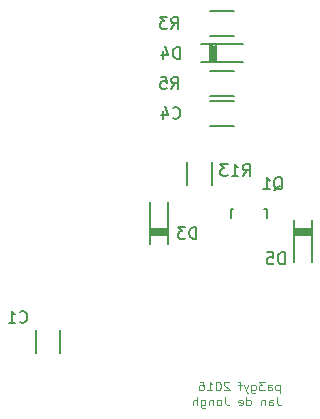
<source format=gbr>
G04 #@! TF.FileFunction,Legend,Bot*
%FSLAX46Y46*%
G04 Gerber Fmt 4.6, Leading zero omitted, Abs format (unit mm)*
G04 Created by KiCad (PCBNEW (after 2015-mar-04 BZR unknown)-product) date Thu 29 Dec 2016 04:21:00 PM CET*
%MOMM*%
G01*
G04 APERTURE LIST*
%ADD10C,0.100000*%
%ADD11C,0.150000*%
%ADD12C,0.203200*%
%ADD13C,0.127000*%
G04 APERTURE END LIST*
D10*
X148411429Y-84548286D02*
X148411429Y-85298286D01*
X148411429Y-84584000D02*
X148340000Y-84548286D01*
X148197143Y-84548286D01*
X148125714Y-84584000D01*
X148090000Y-84619714D01*
X148054286Y-84691143D01*
X148054286Y-84905429D01*
X148090000Y-84976857D01*
X148125714Y-85012571D01*
X148197143Y-85048286D01*
X148340000Y-85048286D01*
X148411429Y-85012571D01*
X147411429Y-85048286D02*
X147411429Y-84655429D01*
X147447143Y-84584000D01*
X147518572Y-84548286D01*
X147661429Y-84548286D01*
X147732858Y-84584000D01*
X147411429Y-85012571D02*
X147482858Y-85048286D01*
X147661429Y-85048286D01*
X147732858Y-85012571D01*
X147768572Y-84941143D01*
X147768572Y-84869714D01*
X147732858Y-84798286D01*
X147661429Y-84762571D01*
X147482858Y-84762571D01*
X147411429Y-84726857D01*
X147125715Y-84298286D02*
X146661429Y-84298286D01*
X146911429Y-84584000D01*
X146804287Y-84584000D01*
X146732858Y-84619714D01*
X146697144Y-84655429D01*
X146661429Y-84726857D01*
X146661429Y-84905429D01*
X146697144Y-84976857D01*
X146732858Y-85012571D01*
X146804287Y-85048286D01*
X147018572Y-85048286D01*
X147090001Y-85012571D01*
X147125715Y-84976857D01*
X146018572Y-84548286D02*
X146018572Y-85155429D01*
X146054286Y-85226857D01*
X146090001Y-85262571D01*
X146161429Y-85298286D01*
X146268572Y-85298286D01*
X146340001Y-85262571D01*
X146018572Y-85012571D02*
X146090001Y-85048286D01*
X146232858Y-85048286D01*
X146304286Y-85012571D01*
X146340001Y-84976857D01*
X146375715Y-84905429D01*
X146375715Y-84691143D01*
X146340001Y-84619714D01*
X146304286Y-84584000D01*
X146232858Y-84548286D01*
X146090001Y-84548286D01*
X146018572Y-84584000D01*
X145732858Y-84548286D02*
X145554287Y-85048286D01*
X145375715Y-84548286D02*
X145554287Y-85048286D01*
X145625715Y-85226857D01*
X145661430Y-85262571D01*
X145732858Y-85298286D01*
X145197143Y-84548286D02*
X144911429Y-84548286D01*
X145090001Y-85048286D02*
X145090001Y-84405429D01*
X145054286Y-84334000D01*
X144982858Y-84298286D01*
X144911429Y-84298286D01*
X144125715Y-84369714D02*
X144090001Y-84334000D01*
X144018572Y-84298286D01*
X143840001Y-84298286D01*
X143768572Y-84334000D01*
X143732858Y-84369714D01*
X143697143Y-84441143D01*
X143697143Y-84512571D01*
X143732858Y-84619714D01*
X144161429Y-85048286D01*
X143697143Y-85048286D01*
X143232857Y-84298286D02*
X143161429Y-84298286D01*
X143090000Y-84334000D01*
X143054286Y-84369714D01*
X143018572Y-84441143D01*
X142982857Y-84584000D01*
X142982857Y-84762571D01*
X143018572Y-84905429D01*
X143054286Y-84976857D01*
X143090000Y-85012571D01*
X143161429Y-85048286D01*
X143232857Y-85048286D01*
X143304286Y-85012571D01*
X143340000Y-84976857D01*
X143375715Y-84905429D01*
X143411429Y-84762571D01*
X143411429Y-84584000D01*
X143375715Y-84441143D01*
X143340000Y-84369714D01*
X143304286Y-84334000D01*
X143232857Y-84298286D01*
X142268571Y-85048286D02*
X142697143Y-85048286D01*
X142482857Y-85048286D02*
X142482857Y-84298286D01*
X142554286Y-84405429D01*
X142625714Y-84476857D01*
X142697143Y-84512571D01*
X141625714Y-84298286D02*
X141768571Y-84298286D01*
X141840000Y-84334000D01*
X141875714Y-84369714D01*
X141947143Y-84476857D01*
X141982857Y-84619714D01*
X141982857Y-84905429D01*
X141947143Y-84976857D01*
X141911428Y-85012571D01*
X141840000Y-85048286D01*
X141697143Y-85048286D01*
X141625714Y-85012571D01*
X141590000Y-84976857D01*
X141554285Y-84905429D01*
X141554285Y-84726857D01*
X141590000Y-84655429D01*
X141625714Y-84619714D01*
X141697143Y-84584000D01*
X141840000Y-84584000D01*
X141911428Y-84619714D01*
X141947143Y-84655429D01*
X141982857Y-84726857D01*
X148197143Y-85568286D02*
X148197143Y-86104000D01*
X148232857Y-86211143D01*
X148304286Y-86282571D01*
X148411429Y-86318286D01*
X148482857Y-86318286D01*
X147518571Y-86318286D02*
X147518571Y-85925429D01*
X147554285Y-85854000D01*
X147625714Y-85818286D01*
X147768571Y-85818286D01*
X147840000Y-85854000D01*
X147518571Y-86282571D02*
X147590000Y-86318286D01*
X147768571Y-86318286D01*
X147840000Y-86282571D01*
X147875714Y-86211143D01*
X147875714Y-86139714D01*
X147840000Y-86068286D01*
X147768571Y-86032571D01*
X147590000Y-86032571D01*
X147518571Y-85996857D01*
X147161429Y-85818286D02*
X147161429Y-86318286D01*
X147161429Y-85889714D02*
X147125714Y-85854000D01*
X147054286Y-85818286D01*
X146947143Y-85818286D01*
X146875714Y-85854000D01*
X146840000Y-85925429D01*
X146840000Y-86318286D01*
X145590000Y-86318286D02*
X145590000Y-85568286D01*
X145590000Y-86282571D02*
X145661429Y-86318286D01*
X145804286Y-86318286D01*
X145875714Y-86282571D01*
X145911429Y-86246857D01*
X145947143Y-86175429D01*
X145947143Y-85961143D01*
X145911429Y-85889714D01*
X145875714Y-85854000D01*
X145804286Y-85818286D01*
X145661429Y-85818286D01*
X145590000Y-85854000D01*
X144947143Y-86282571D02*
X145018572Y-86318286D01*
X145161429Y-86318286D01*
X145232858Y-86282571D01*
X145268572Y-86211143D01*
X145268572Y-85925429D01*
X145232858Y-85854000D01*
X145161429Y-85818286D01*
X145018572Y-85818286D01*
X144947143Y-85854000D01*
X144911429Y-85925429D01*
X144911429Y-85996857D01*
X145268572Y-86068286D01*
X143804286Y-85568286D02*
X143804286Y-86104000D01*
X143840000Y-86211143D01*
X143911429Y-86282571D01*
X144018572Y-86318286D01*
X144090000Y-86318286D01*
X143340000Y-86318286D02*
X143411428Y-86282571D01*
X143447143Y-86246857D01*
X143482857Y-86175429D01*
X143482857Y-85961143D01*
X143447143Y-85889714D01*
X143411428Y-85854000D01*
X143340000Y-85818286D01*
X143232857Y-85818286D01*
X143161428Y-85854000D01*
X143125714Y-85889714D01*
X143090000Y-85961143D01*
X143090000Y-86175429D01*
X143125714Y-86246857D01*
X143161428Y-86282571D01*
X143232857Y-86318286D01*
X143340000Y-86318286D01*
X142768572Y-85818286D02*
X142768572Y-86318286D01*
X142768572Y-85889714D02*
X142732857Y-85854000D01*
X142661429Y-85818286D01*
X142554286Y-85818286D01*
X142482857Y-85854000D01*
X142447143Y-85925429D01*
X142447143Y-86318286D01*
X141768572Y-85818286D02*
X141768572Y-86425429D01*
X141804286Y-86496857D01*
X141840001Y-86532571D01*
X141911429Y-86568286D01*
X142018572Y-86568286D01*
X142090001Y-86532571D01*
X141768572Y-86282571D02*
X141840001Y-86318286D01*
X141982858Y-86318286D01*
X142054286Y-86282571D01*
X142090001Y-86246857D01*
X142125715Y-86175429D01*
X142125715Y-85961143D01*
X142090001Y-85889714D01*
X142054286Y-85854000D01*
X141982858Y-85818286D01*
X141840001Y-85818286D01*
X141768572Y-85854000D01*
X141411430Y-86318286D02*
X141411430Y-85568286D01*
X141090001Y-86318286D02*
X141090001Y-85925429D01*
X141125715Y-85854000D01*
X141197144Y-85818286D01*
X141304287Y-85818286D01*
X141375715Y-85854000D01*
X141411430Y-85889714D01*
D11*
X147295820Y-70408800D02*
X147295820Y-69707760D01*
X147295820Y-69707760D02*
X147046900Y-69707760D01*
X144496840Y-69707760D02*
X144296180Y-69707760D01*
X144296180Y-69707760D02*
X144296180Y-70408800D01*
X144510000Y-62620000D02*
X142510000Y-62620000D01*
X142510000Y-60570000D02*
X144510000Y-60570000D01*
X144510000Y-52900000D02*
X142510000Y-52900000D01*
X142510000Y-55050000D02*
X144510000Y-55050000D01*
X144510000Y-57980000D02*
X142510000Y-57980000D01*
X142510000Y-60130000D02*
X144510000Y-60130000D01*
X142680000Y-67675000D02*
X142680000Y-65675000D01*
X140530000Y-65675000D02*
X140530000Y-67675000D01*
D12*
X137541000Y-71501000D02*
X138811000Y-71501000D01*
X138811000Y-71501000D02*
X138811000Y-71628000D01*
X138811000Y-71628000D02*
X137541000Y-71628000D01*
X137541000Y-71628000D02*
X137541000Y-71755000D01*
X137541000Y-71755000D02*
X138811000Y-71755000D01*
X137414000Y-71374000D02*
X137414000Y-71882000D01*
X137414000Y-71882000D02*
X138938000Y-71882000D01*
X138938000Y-71882000D02*
X138938000Y-71374000D01*
X138938000Y-71374000D02*
X137414000Y-71374000D01*
D13*
X137414000Y-69088000D02*
X137414000Y-72644000D01*
X138938000Y-72644000D02*
X138938000Y-69088000D01*
D12*
X142875000Y-55880000D02*
X142875000Y-57150000D01*
X142875000Y-57150000D02*
X142748000Y-57150000D01*
X142748000Y-57150000D02*
X142748000Y-55880000D01*
X142748000Y-55880000D02*
X142621000Y-55880000D01*
X142621000Y-55880000D02*
X142621000Y-57150000D01*
X143002000Y-55753000D02*
X142494000Y-55753000D01*
X142494000Y-55753000D02*
X142494000Y-57277000D01*
X142494000Y-57277000D02*
X143002000Y-57277000D01*
X143002000Y-57277000D02*
X143002000Y-55753000D01*
D13*
X145288000Y-55753000D02*
X141732000Y-55753000D01*
X141732000Y-57277000D02*
X145288000Y-57277000D01*
D12*
X151003000Y-71755000D02*
X149733000Y-71755000D01*
X149733000Y-71755000D02*
X149733000Y-71628000D01*
X149733000Y-71628000D02*
X151003000Y-71628000D01*
X151003000Y-71628000D02*
X151003000Y-71501000D01*
X151003000Y-71501000D02*
X149733000Y-71501000D01*
X151130000Y-71882000D02*
X151130000Y-71374000D01*
X151130000Y-71374000D02*
X149606000Y-71374000D01*
X149606000Y-71374000D02*
X149606000Y-71882000D01*
X149606000Y-71882000D02*
X151130000Y-71882000D01*
D13*
X151130000Y-74168000D02*
X151130000Y-70612000D01*
X149606000Y-70612000D02*
X149606000Y-74168000D01*
D11*
X129803000Y-79899000D02*
X129803000Y-81899000D01*
X127753000Y-81899000D02*
X127753000Y-79899000D01*
X147923238Y-68111619D02*
X148018476Y-68064000D01*
X148113714Y-67968762D01*
X148256571Y-67825905D01*
X148351810Y-67778286D01*
X148447048Y-67778286D01*
X148399429Y-68016381D02*
X148494667Y-67968762D01*
X148589905Y-67873524D01*
X148637524Y-67683048D01*
X148637524Y-67349714D01*
X148589905Y-67159238D01*
X148494667Y-67064000D01*
X148399429Y-67016381D01*
X148208952Y-67016381D01*
X148113714Y-67064000D01*
X148018476Y-67159238D01*
X147970857Y-67349714D01*
X147970857Y-67683048D01*
X148018476Y-67873524D01*
X148113714Y-67968762D01*
X148208952Y-68016381D01*
X148399429Y-68016381D01*
X147018476Y-68016381D02*
X147589905Y-68016381D01*
X147304191Y-68016381D02*
X147304191Y-67016381D01*
X147399429Y-67159238D01*
X147494667Y-67254476D01*
X147589905Y-67302095D01*
X139358666Y-61952143D02*
X139406285Y-61999762D01*
X139549142Y-62047381D01*
X139644380Y-62047381D01*
X139787238Y-61999762D01*
X139882476Y-61904524D01*
X139930095Y-61809286D01*
X139977714Y-61618810D01*
X139977714Y-61475952D01*
X139930095Y-61285476D01*
X139882476Y-61190238D01*
X139787238Y-61095000D01*
X139644380Y-61047381D01*
X139549142Y-61047381D01*
X139406285Y-61095000D01*
X139358666Y-61142619D01*
X138501523Y-61380714D02*
X138501523Y-62047381D01*
X138739619Y-60999762D02*
X138977714Y-61714048D01*
X138358666Y-61714048D01*
X139231666Y-54427381D02*
X139565000Y-53951190D01*
X139803095Y-54427381D02*
X139803095Y-53427381D01*
X139422142Y-53427381D01*
X139326904Y-53475000D01*
X139279285Y-53522619D01*
X139231666Y-53617857D01*
X139231666Y-53760714D01*
X139279285Y-53855952D01*
X139326904Y-53903571D01*
X139422142Y-53951190D01*
X139803095Y-53951190D01*
X138898333Y-53427381D02*
X138279285Y-53427381D01*
X138612619Y-53808333D01*
X138469761Y-53808333D01*
X138374523Y-53855952D01*
X138326904Y-53903571D01*
X138279285Y-53998810D01*
X138279285Y-54236905D01*
X138326904Y-54332143D01*
X138374523Y-54379762D01*
X138469761Y-54427381D01*
X138755476Y-54427381D01*
X138850714Y-54379762D01*
X138898333Y-54332143D01*
X139231666Y-59507381D02*
X139565000Y-59031190D01*
X139803095Y-59507381D02*
X139803095Y-58507381D01*
X139422142Y-58507381D01*
X139326904Y-58555000D01*
X139279285Y-58602619D01*
X139231666Y-58697857D01*
X139231666Y-58840714D01*
X139279285Y-58935952D01*
X139326904Y-58983571D01*
X139422142Y-59031190D01*
X139803095Y-59031190D01*
X138326904Y-58507381D02*
X138803095Y-58507381D01*
X138850714Y-58983571D01*
X138803095Y-58935952D01*
X138707857Y-58888333D01*
X138469761Y-58888333D01*
X138374523Y-58935952D01*
X138326904Y-58983571D01*
X138279285Y-59078810D01*
X138279285Y-59316905D01*
X138326904Y-59412143D01*
X138374523Y-59459762D01*
X138469761Y-59507381D01*
X138707857Y-59507381D01*
X138803095Y-59459762D01*
X138850714Y-59412143D01*
X145295857Y-66873381D02*
X145629191Y-66397190D01*
X145867286Y-66873381D02*
X145867286Y-65873381D01*
X145486333Y-65873381D01*
X145391095Y-65921000D01*
X145343476Y-65968619D01*
X145295857Y-66063857D01*
X145295857Y-66206714D01*
X145343476Y-66301952D01*
X145391095Y-66349571D01*
X145486333Y-66397190D01*
X145867286Y-66397190D01*
X144343476Y-66873381D02*
X144914905Y-66873381D01*
X144629191Y-66873381D02*
X144629191Y-65873381D01*
X144724429Y-66016238D01*
X144819667Y-66111476D01*
X144914905Y-66159095D01*
X144010143Y-65873381D02*
X143391095Y-65873381D01*
X143724429Y-66254333D01*
X143581571Y-66254333D01*
X143486333Y-66301952D01*
X143438714Y-66349571D01*
X143391095Y-66444810D01*
X143391095Y-66682905D01*
X143438714Y-66778143D01*
X143486333Y-66825762D01*
X143581571Y-66873381D01*
X143867286Y-66873381D01*
X143962524Y-66825762D01*
X144010143Y-66778143D01*
X141327095Y-72207381D02*
X141327095Y-71207381D01*
X141089000Y-71207381D01*
X140946142Y-71255000D01*
X140850904Y-71350238D01*
X140803285Y-71445476D01*
X140755666Y-71635952D01*
X140755666Y-71778810D01*
X140803285Y-71969286D01*
X140850904Y-72064524D01*
X140946142Y-72159762D01*
X141089000Y-72207381D01*
X141327095Y-72207381D01*
X140422333Y-71207381D02*
X139803285Y-71207381D01*
X140136619Y-71588333D01*
X139993761Y-71588333D01*
X139898523Y-71635952D01*
X139850904Y-71683571D01*
X139803285Y-71778810D01*
X139803285Y-72016905D01*
X139850904Y-72112143D01*
X139898523Y-72159762D01*
X139993761Y-72207381D01*
X140279476Y-72207381D01*
X140374714Y-72159762D01*
X140422333Y-72112143D01*
X139930095Y-56967381D02*
X139930095Y-55967381D01*
X139692000Y-55967381D01*
X139549142Y-56015000D01*
X139453904Y-56110238D01*
X139406285Y-56205476D01*
X139358666Y-56395952D01*
X139358666Y-56538810D01*
X139406285Y-56729286D01*
X139453904Y-56824524D01*
X139549142Y-56919762D01*
X139692000Y-56967381D01*
X139930095Y-56967381D01*
X138501523Y-56300714D02*
X138501523Y-56967381D01*
X138739619Y-55919762D02*
X138977714Y-56634048D01*
X138358666Y-56634048D01*
X148820095Y-74366381D02*
X148820095Y-73366381D01*
X148582000Y-73366381D01*
X148439142Y-73414000D01*
X148343904Y-73509238D01*
X148296285Y-73604476D01*
X148248666Y-73794952D01*
X148248666Y-73937810D01*
X148296285Y-74128286D01*
X148343904Y-74223524D01*
X148439142Y-74318762D01*
X148582000Y-74366381D01*
X148820095Y-74366381D01*
X147343904Y-73366381D02*
X147820095Y-73366381D01*
X147867714Y-73842571D01*
X147820095Y-73794952D01*
X147724857Y-73747333D01*
X147486761Y-73747333D01*
X147391523Y-73794952D01*
X147343904Y-73842571D01*
X147296285Y-73937810D01*
X147296285Y-74175905D01*
X147343904Y-74271143D01*
X147391523Y-74318762D01*
X147486761Y-74366381D01*
X147724857Y-74366381D01*
X147820095Y-74318762D01*
X147867714Y-74271143D01*
X126404666Y-79224143D02*
X126452285Y-79271762D01*
X126595142Y-79319381D01*
X126690380Y-79319381D01*
X126833238Y-79271762D01*
X126928476Y-79176524D01*
X126976095Y-79081286D01*
X127023714Y-78890810D01*
X127023714Y-78747952D01*
X126976095Y-78557476D01*
X126928476Y-78462238D01*
X126833238Y-78367000D01*
X126690380Y-78319381D01*
X126595142Y-78319381D01*
X126452285Y-78367000D01*
X126404666Y-78414619D01*
X125452285Y-79319381D02*
X126023714Y-79319381D01*
X125738000Y-79319381D02*
X125738000Y-78319381D01*
X125833238Y-78462238D01*
X125928476Y-78557476D01*
X126023714Y-78605095D01*
M02*

</source>
